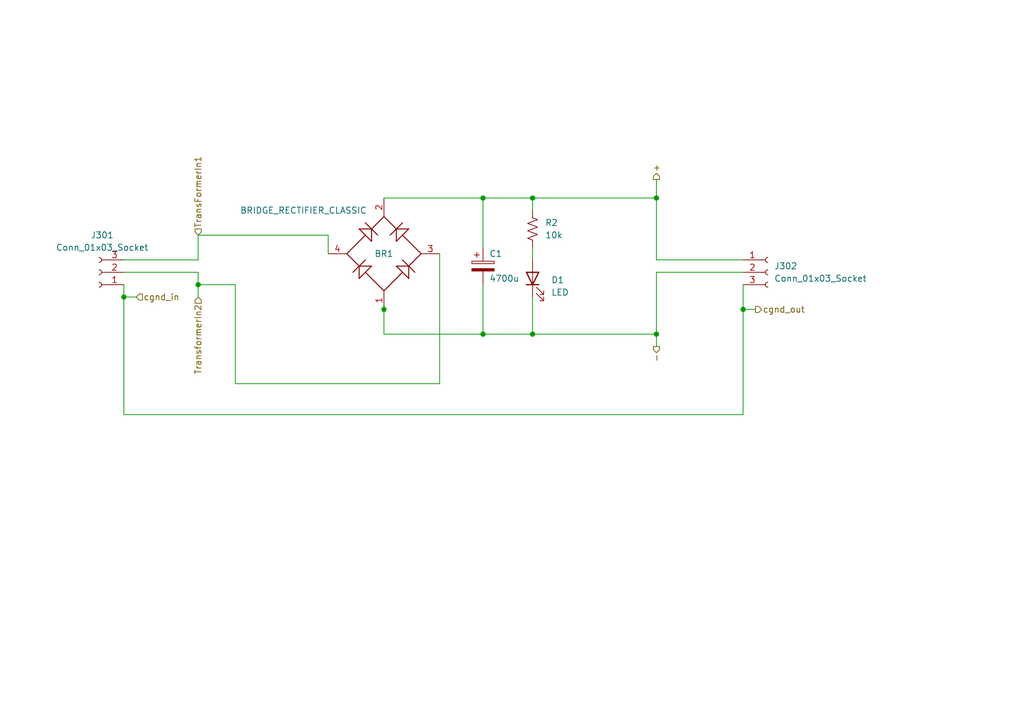
<source format=kicad_sch>
(kicad_sch (version 20230121) (generator eeschema)

  (uuid e9fc3b23-ad67-427b-81dc-e9b75c3995db)

  (paper "A5")

  (title_block
    (title "Bench power supply")
    (date "2023-10-15")
    (rev "1")
  )

  (lib_symbols
    (symbol "Connector:Conn_01x03_Socket" (pin_names (offset 1.016) hide) (in_bom yes) (on_board yes)
      (property "Reference" "J" (at 0 5.08 0)
        (effects (font (size 1.27 1.27)))
      )
      (property "Value" "Conn_01x03_Socket" (at 0 -5.08 0)
        (effects (font (size 1.27 1.27)))
      )
      (property "Footprint" "" (at 0 0 0)
        (effects (font (size 1.27 1.27)) hide)
      )
      (property "Datasheet" "~" (at 0 0 0)
        (effects (font (size 1.27 1.27)) hide)
      )
      (property "ki_locked" "" (at 0 0 0)
        (effects (font (size 1.27 1.27)))
      )
      (property "ki_keywords" "connector" (at 0 0 0)
        (effects (font (size 1.27 1.27)) hide)
      )
      (property "ki_description" "Generic connector, single row, 01x03, script generated" (at 0 0 0)
        (effects (font (size 1.27 1.27)) hide)
      )
      (property "ki_fp_filters" "Connector*:*_1x??_*" (at 0 0 0)
        (effects (font (size 1.27 1.27)) hide)
      )
      (symbol "Conn_01x03_Socket_1_1"
        (arc (start 0 -2.032) (mid -0.5058 -2.54) (end 0 -3.048)
          (stroke (width 0.1524) (type default))
          (fill (type none))
        )
        (polyline
          (pts
            (xy -1.27 -2.54)
            (xy -0.508 -2.54)
          )
          (stroke (width 0.1524) (type default))
          (fill (type none))
        )
        (polyline
          (pts
            (xy -1.27 0)
            (xy -0.508 0)
          )
          (stroke (width 0.1524) (type default))
          (fill (type none))
        )
        (polyline
          (pts
            (xy -1.27 2.54)
            (xy -0.508 2.54)
          )
          (stroke (width 0.1524) (type default))
          (fill (type none))
        )
        (arc (start 0 0.508) (mid -0.5058 0) (end 0 -0.508)
          (stroke (width 0.1524) (type default))
          (fill (type none))
        )
        (arc (start 0 3.048) (mid -0.5058 2.54) (end 0 2.032)
          (stroke (width 0.1524) (type default))
          (fill (type none))
        )
        (pin passive line (at -5.08 2.54 0) (length 3.81)
          (name "Pin_1" (effects (font (size 1.27 1.27))))
          (number "1" (effects (font (size 1.27 1.27))))
        )
        (pin passive line (at -5.08 0 0) (length 3.81)
          (name "Pin_2" (effects (font (size 1.27 1.27))))
          (number "2" (effects (font (size 1.27 1.27))))
        )
        (pin passive line (at -5.08 -2.54 0) (length 3.81)
          (name "Pin_3" (effects (font (size 1.27 1.27))))
          (number "3" (effects (font (size 1.27 1.27))))
        )
      )
    )
    (symbol "Device:C_Polarized" (pin_numbers hide) (pin_names (offset 0.254)) (in_bom yes) (on_board yes)
      (property "Reference" "C" (at 0.635 2.54 0)
        (effects (font (size 1.27 1.27)) (justify left))
      )
      (property "Value" "C_Polarized" (at 0.635 -2.54 0)
        (effects (font (size 1.27 1.27)) (justify left))
      )
      (property "Footprint" "" (at 0.9652 -3.81 0)
        (effects (font (size 1.27 1.27)) hide)
      )
      (property "Datasheet" "~" (at 0 0 0)
        (effects (font (size 1.27 1.27)) hide)
      )
      (property "ki_keywords" "cap capacitor" (at 0 0 0)
        (effects (font (size 1.27 1.27)) hide)
      )
      (property "ki_description" "Polarized capacitor" (at 0 0 0)
        (effects (font (size 1.27 1.27)) hide)
      )
      (property "ki_fp_filters" "CP_*" (at 0 0 0)
        (effects (font (size 1.27 1.27)) hide)
      )
      (symbol "C_Polarized_0_1"
        (rectangle (start -2.286 0.508) (end 2.286 1.016)
          (stroke (width 0) (type default))
          (fill (type none))
        )
        (polyline
          (pts
            (xy -1.778 2.286)
            (xy -0.762 2.286)
          )
          (stroke (width 0) (type default))
          (fill (type none))
        )
        (polyline
          (pts
            (xy -1.27 2.794)
            (xy -1.27 1.778)
          )
          (stroke (width 0) (type default))
          (fill (type none))
        )
        (rectangle (start 2.286 -0.508) (end -2.286 -1.016)
          (stroke (width 0) (type default))
          (fill (type outline))
        )
      )
      (symbol "C_Polarized_1_1"
        (pin passive line (at 0 3.81 270) (length 2.794)
          (name "~" (effects (font (size 1.27 1.27))))
          (number "1" (effects (font (size 1.27 1.27))))
        )
        (pin passive line (at 0 -3.81 90) (length 2.794)
          (name "~" (effects (font (size 1.27 1.27))))
          (number "2" (effects (font (size 1.27 1.27))))
        )
      )
    )
    (symbol "Device:LED" (pin_numbers hide) (pin_names (offset 1.016) hide) (in_bom yes) (on_board yes)
      (property "Reference" "D" (at 0 2.54 0)
        (effects (font (size 1.27 1.27)))
      )
      (property "Value" "LED" (at 0 -2.54 0)
        (effects (font (size 1.27 1.27)))
      )
      (property "Footprint" "" (at 0 0 0)
        (effects (font (size 1.27 1.27)) hide)
      )
      (property "Datasheet" "~" (at 0 0 0)
        (effects (font (size 1.27 1.27)) hide)
      )
      (property "ki_keywords" "LED diode" (at 0 0 0)
        (effects (font (size 1.27 1.27)) hide)
      )
      (property "ki_description" "Light emitting diode" (at 0 0 0)
        (effects (font (size 1.27 1.27)) hide)
      )
      (property "ki_fp_filters" "LED* LED_SMD:* LED_THT:*" (at 0 0 0)
        (effects (font (size 1.27 1.27)) hide)
      )
      (symbol "LED_0_1"
        (polyline
          (pts
            (xy -1.27 -1.27)
            (xy -1.27 1.27)
          )
          (stroke (width 0.254) (type default))
          (fill (type none))
        )
        (polyline
          (pts
            (xy -1.27 0)
            (xy 1.27 0)
          )
          (stroke (width 0) (type default))
          (fill (type none))
        )
        (polyline
          (pts
            (xy 1.27 -1.27)
            (xy 1.27 1.27)
            (xy -1.27 0)
            (xy 1.27 -1.27)
          )
          (stroke (width 0.254) (type default))
          (fill (type none))
        )
        (polyline
          (pts
            (xy -3.048 -0.762)
            (xy -4.572 -2.286)
            (xy -3.81 -2.286)
            (xy -4.572 -2.286)
            (xy -4.572 -1.524)
          )
          (stroke (width 0) (type default))
          (fill (type none))
        )
        (polyline
          (pts
            (xy -1.778 -0.762)
            (xy -3.302 -2.286)
            (xy -2.54 -2.286)
            (xy -3.302 -2.286)
            (xy -3.302 -1.524)
          )
          (stroke (width 0) (type default))
          (fill (type none))
        )
      )
      (symbol "LED_1_1"
        (pin passive line (at -3.81 0 0) (length 2.54)
          (name "K" (effects (font (size 1.27 1.27))))
          (number "1" (effects (font (size 1.27 1.27))))
        )
        (pin passive line (at 3.81 0 180) (length 2.54)
          (name "A" (effects (font (size 1.27 1.27))))
          (number "2" (effects (font (size 1.27 1.27))))
        )
      )
    )
    (symbol "Device:R_US" (pin_numbers hide) (pin_names (offset 0)) (in_bom yes) (on_board yes)
      (property "Reference" "R" (at 2.54 0 90)
        (effects (font (size 1.27 1.27)))
      )
      (property "Value" "R_US" (at -2.54 0 90)
        (effects (font (size 1.27 1.27)))
      )
      (property "Footprint" "" (at 1.016 -0.254 90)
        (effects (font (size 1.27 1.27)) hide)
      )
      (property "Datasheet" "~" (at 0 0 0)
        (effects (font (size 1.27 1.27)) hide)
      )
      (property "ki_keywords" "R res resistor" (at 0 0 0)
        (effects (font (size 1.27 1.27)) hide)
      )
      (property "ki_description" "Resistor, US symbol" (at 0 0 0)
        (effects (font (size 1.27 1.27)) hide)
      )
      (property "ki_fp_filters" "R_*" (at 0 0 0)
        (effects (font (size 1.27 1.27)) hide)
      )
      (symbol "R_US_0_1"
        (polyline
          (pts
            (xy 0 -2.286)
            (xy 0 -2.54)
          )
          (stroke (width 0) (type default))
          (fill (type none))
        )
        (polyline
          (pts
            (xy 0 2.286)
            (xy 0 2.54)
          )
          (stroke (width 0) (type default))
          (fill (type none))
        )
        (polyline
          (pts
            (xy 0 -0.762)
            (xy 1.016 -1.143)
            (xy 0 -1.524)
            (xy -1.016 -1.905)
            (xy 0 -2.286)
          )
          (stroke (width 0) (type default))
          (fill (type none))
        )
        (polyline
          (pts
            (xy 0 0.762)
            (xy 1.016 0.381)
            (xy 0 0)
            (xy -1.016 -0.381)
            (xy 0 -0.762)
          )
          (stroke (width 0) (type default))
          (fill (type none))
        )
        (polyline
          (pts
            (xy 0 2.286)
            (xy 1.016 1.905)
            (xy 0 1.524)
            (xy -1.016 1.143)
            (xy 0 0.762)
          )
          (stroke (width 0) (type default))
          (fill (type none))
        )
      )
      (symbol "R_US_1_1"
        (pin passive line (at 0 3.81 270) (length 1.27)
          (name "~" (effects (font (size 1.27 1.27))))
          (number "1" (effects (font (size 1.27 1.27))))
        )
        (pin passive line (at 0 -3.81 90) (length 1.27)
          (name "~" (effects (font (size 1.27 1.27))))
          (number "2" (effects (font (size 1.27 1.27))))
        )
      )
    )
    (symbol "V_Diode:BRIDGE_RECTIFIER_CLASSIC" (in_bom yes) (on_board yes)
      (property "Reference" "BR" (at -11.43 16.51 0)
        (effects (font (size 1.27 1.27)) (justify left))
      )
      (property "Value" "BRIDGE_RECTIFIER_CLASSIC" (at -11.43 13.97 0)
        (effects (font (size 1.27 1.27)) (justify left))
      )
      (property "Footprint" "package name for PCB layout" (at 0 0 0)
        (effects (font (size 1.27 1.27)) hide)
      )
      (property "Datasheet" "" (at 0 0 0)
        (effects (font (size 1.27 1.27)) hide)
      )
      (property "ki_locked" "" (at 0 0 0)
        (effects (font (size 1.27 1.27)))
      )
      (property "ki_fp_filters" "package" (at 0 0 0)
        (effects (font (size 1.27 1.27)) hide)
      )
      (symbol "BRIDGE_RECTIFIER_CLASSIC_0_0"
        (polyline
          (pts
            (xy -5.08 -5.08)
            (xy -5.08 -2.54)
          )
          (stroke (width 0.2032) (type solid))
          (fill (type none))
        )
        (polyline
          (pts
            (xy -5.08 -2.54)
            (xy -7.62 0)
          )
          (stroke (width 0.2032) (type solid))
          (fill (type none))
        )
        (polyline
          (pts
            (xy -5.08 -2.54)
            (xy -2.54 -2.54)
          )
          (stroke (width 0.2032) (type solid))
          (fill (type none))
        )
        (polyline
          (pts
            (xy -5.08 5.08)
            (xy -2.54 2.54)
          )
          (stroke (width 0.2032) (type solid))
          (fill (type none))
        )
        (polyline
          (pts
            (xy -3.81 -3.81)
            (xy 0 -7.62)
          )
          (stroke (width 0.2032) (type solid))
          (fill (type none))
        )
        (polyline
          (pts
            (xy -3.81 -1.27)
            (xy -6.35 -3.81)
          )
          (stroke (width 0.2032) (type solid))
          (fill (type none))
        )
        (polyline
          (pts
            (xy -3.81 3.81)
            (xy -7.62 0)
          )
          (stroke (width 0.2032) (type solid))
          (fill (type none))
        )
        (polyline
          (pts
            (xy -3.81 6.35)
            (xy -1.27 3.81)
          )
          (stroke (width 0.2032) (type solid))
          (fill (type none))
        )
        (polyline
          (pts
            (xy -2.54 -2.54)
            (xy -5.08 -5.08)
          )
          (stroke (width 0.2032) (type solid))
          (fill (type none))
        )
        (polyline
          (pts
            (xy -2.54 2.54)
            (xy -2.54 5.08)
          )
          (stroke (width 0.2032) (type solid))
          (fill (type none))
        )
        (polyline
          (pts
            (xy -2.54 5.08)
            (xy -5.08 5.08)
          )
          (stroke (width 0.2032) (type solid))
          (fill (type none))
        )
        (polyline
          (pts
            (xy -2.54 5.08)
            (xy 0 7.62)
          )
          (stroke (width 0.2032) (type solid))
          (fill (type none))
        )
        (polyline
          (pts
            (xy 2.54 -2.54)
            (xy 5.08 -5.08)
          )
          (stroke (width 0.2032) (type solid))
          (fill (type none))
        )
        (polyline
          (pts
            (xy 2.54 2.54)
            (xy 2.54 5.08)
          )
          (stroke (width 0.2032) (type solid))
          (fill (type none))
        )
        (polyline
          (pts
            (xy 2.54 5.08)
            (xy 0 7.62)
          )
          (stroke (width 0.2032) (type solid))
          (fill (type none))
        )
        (polyline
          (pts
            (xy 2.54 5.08)
            (xy 5.08 5.08)
          )
          (stroke (width 0.2032) (type solid))
          (fill (type none))
        )
        (polyline
          (pts
            (xy 3.81 -3.81)
            (xy 0 -7.62)
          )
          (stroke (width 0.2032) (type solid))
          (fill (type none))
        )
        (polyline
          (pts
            (xy 3.81 -1.27)
            (xy 6.35 -3.81)
          )
          (stroke (width 0.2032) (type solid))
          (fill (type none))
        )
        (polyline
          (pts
            (xy 3.81 3.81)
            (xy 7.62 0)
          )
          (stroke (width 0.2032) (type solid))
          (fill (type none))
        )
        (polyline
          (pts
            (xy 3.81 6.35)
            (xy 1.27 3.81)
          )
          (stroke (width 0.2032) (type solid))
          (fill (type none))
        )
        (polyline
          (pts
            (xy 5.08 -5.08)
            (xy 5.08 -2.54)
          )
          (stroke (width 0.2032) (type solid))
          (fill (type none))
        )
        (polyline
          (pts
            (xy 5.08 -2.54)
            (xy 2.54 -2.54)
          )
          (stroke (width 0.2032) (type solid))
          (fill (type none))
        )
        (polyline
          (pts
            (xy 5.08 -2.54)
            (xy 7.62 0)
          )
          (stroke (width 0.2032) (type solid))
          (fill (type none))
        )
        (polyline
          (pts
            (xy 5.08 5.08)
            (xy 2.54 2.54)
          )
          (stroke (width 0.2032) (type solid))
          (fill (type none))
        )
      )
      (symbol "BRIDGE_RECTIFIER_CLASSIC_1_0"
        (pin unspecified line (at 0 -11.43 90) (length 3.81)
          (name "~" (effects (font (size 1.27 1.27))))
          (number "1" (effects (font (size 1.27 1.27))))
        )
        (pin unspecified line (at 0 11.43 270) (length 3.81)
          (name "~" (effects (font (size 1.27 1.27))))
          (number "2" (effects (font (size 1.27 1.27))))
        )
        (pin unspecified line (at 11.43 0 180) (length 3.81)
          (name "~" (effects (font (size 1.27 1.27))))
          (number "3" (effects (font (size 1.27 1.27))))
        )
        (pin unspecified line (at -11.43 0 0) (length 3.81)
          (name "~" (effects (font (size 1.27 1.27))))
          (number "4" (effects (font (size 1.27 1.27))))
        )
      )
    )
  )

  (junction (at 99.06 68.58) (diameter 0) (color 0 0 0 0)
    (uuid 085aa73b-d955-4765-bd10-8196650510d7)
  )
  (junction (at 78.74 63.5) (diameter 0) (color 0 0 0 0)
    (uuid 2624de85-8d0c-436f-bfe6-dd6792cbec3b)
  )
  (junction (at 152.4 63.5) (diameter 0) (color 0 0 0 0)
    (uuid 38a1be49-bc36-4493-92c2-4f9ba5634291)
  )
  (junction (at 134.62 40.64) (diameter 0) (color 0 0 0 0)
    (uuid 657d800e-7882-42a4-b680-a131ec05c51f)
  )
  (junction (at 109.22 68.58) (diameter 0) (color 0 0 0 0)
    (uuid 77ccae22-71f6-4dc8-b521-f37eae5e89b4)
  )
  (junction (at 40.64 58.42) (diameter 0) (color 0 0 0 0)
    (uuid 83269769-d0a0-41a6-a2e8-e85f4705b502)
  )
  (junction (at 109.22 40.64) (diameter 0) (color 0 0 0 0)
    (uuid 8b3f7854-818d-432c-9e97-80ca937c7b4b)
  )
  (junction (at 99.06 40.64) (diameter 0) (color 0 0 0 0)
    (uuid 963be662-a07f-4e59-b81a-6fc1c9d45735)
  )
  (junction (at 25.4 60.96) (diameter 0) (color 0 0 0 0)
    (uuid a4a8ecde-50c0-424c-afae-772672d37b03)
  )
  (junction (at 134.62 68.58) (diameter 0) (color 0 0 0 0)
    (uuid abc85a22-07cb-4f28-821f-15b441aad45d)
  )

  (wire (pts (xy 25.4 58.42) (xy 25.4 60.96))
    (stroke (width 0) (type default))
    (uuid 0f14005a-d271-47af-9619-ec2093cdce0a)
  )
  (wire (pts (xy 134.62 71.12) (xy 134.62 68.58))
    (stroke (width 0) (type default))
    (uuid 18ee21a3-b866-40ec-a457-7099cfc9000c)
  )
  (wire (pts (xy 134.62 55.88) (xy 152.4 55.88))
    (stroke (width 0) (type default))
    (uuid 26584966-da68-48d5-950f-6ff27e1d8170)
  )
  (wire (pts (xy 134.62 68.58) (xy 109.22 68.58))
    (stroke (width 0) (type default))
    (uuid 28c957af-5e15-45c3-a36b-1005221f5b7c)
  )
  (wire (pts (xy 99.06 40.64) (xy 109.22 40.64))
    (stroke (width 0) (type default))
    (uuid 2975145a-f549-40b3-8df3-3954688afd06)
  )
  (wire (pts (xy 25.4 85.09) (xy 152.4 85.09))
    (stroke (width 0) (type default))
    (uuid 2c875eab-3aea-4303-a024-a12c68b5965f)
  )
  (wire (pts (xy 90.17 78.74) (xy 48.26 78.74))
    (stroke (width 0) (type default))
    (uuid 301f8ff6-08e5-468a-b003-0603bbb47e90)
  )
  (wire (pts (xy 27.94 60.96) (xy 25.4 60.96))
    (stroke (width 0) (type default))
    (uuid 37e11a4d-5eab-4ed1-a176-2986a089fa6e)
  )
  (wire (pts (xy 25.4 55.88) (xy 40.64 55.88))
    (stroke (width 0) (type default))
    (uuid 3c4a793b-db80-4ac4-a9f6-cd759b005c8f)
  )
  (wire (pts (xy 152.4 85.09) (xy 152.4 63.5))
    (stroke (width 0) (type default))
    (uuid 3c8617e4-9715-43c0-92b9-813db8e98a57)
  )
  (wire (pts (xy 67.31 48.26) (xy 67.31 52.07))
    (stroke (width 0) (type default))
    (uuid 48056662-63fa-43cf-8cf1-165f2d889328)
  )
  (wire (pts (xy 99.06 58.42) (xy 99.06 68.58))
    (stroke (width 0) (type default))
    (uuid 5298cbca-383a-4c55-a6e9-d595fc3b5bca)
  )
  (wire (pts (xy 78.74 68.58) (xy 78.74 63.5))
    (stroke (width 0) (type default))
    (uuid 5658a351-1c1e-4c32-a4c6-91dd6b77fe62)
  )
  (wire (pts (xy 78.74 62.23) (xy 78.74 63.5))
    (stroke (width 0) (type default))
    (uuid 60431b37-041a-4ab6-9d25-b1ed02c9be99)
  )
  (wire (pts (xy 109.22 60.96) (xy 109.22 68.58))
    (stroke (width 0) (type default))
    (uuid 68f4daf1-fa06-4ce0-938f-fa4ae7fe83b8)
  )
  (wire (pts (xy 152.4 63.5) (xy 152.4 58.42))
    (stroke (width 0) (type default))
    (uuid 69b57fdc-71e5-48fa-bbae-c4dce58caa0a)
  )
  (wire (pts (xy 78.74 40.64) (xy 99.06 40.64))
    (stroke (width 0) (type default))
    (uuid 6d480cd6-6017-4e77-8012-0ea282da6199)
  )
  (wire (pts (xy 109.22 40.64) (xy 109.22 43.18))
    (stroke (width 0) (type default))
    (uuid 71d173bb-242b-4769-bb4d-5a8b812fdffd)
  )
  (wire (pts (xy 78.74 68.58) (xy 99.06 68.58))
    (stroke (width 0) (type default))
    (uuid 777aa87f-3da4-4a92-b858-b9ea658b3c93)
  )
  (wire (pts (xy 134.62 40.64) (xy 134.62 53.34))
    (stroke (width 0) (type default))
    (uuid 8291c95e-2ee6-41fc-83ac-c663f86b6df7)
  )
  (wire (pts (xy 40.64 48.26) (xy 67.31 48.26))
    (stroke (width 0) (type default))
    (uuid 845a195d-a7c9-4da2-bc61-056d7eefc1c7)
  )
  (wire (pts (xy 25.4 53.34) (xy 40.64 53.34))
    (stroke (width 0) (type default))
    (uuid 864cf2ae-7c0a-428d-876b-c8d7f556dda0)
  )
  (wire (pts (xy 99.06 40.64) (xy 99.06 50.8))
    (stroke (width 0) (type default))
    (uuid 9280bbe5-b632-44c3-99e7-f7085b87ee46)
  )
  (wire (pts (xy 134.62 40.64) (xy 109.22 40.64))
    (stroke (width 0) (type default))
    (uuid 9ed2e1ca-5fbc-4282-bc5c-ab10735ae491)
  )
  (wire (pts (xy 90.17 52.07) (xy 90.17 78.74))
    (stroke (width 0) (type default))
    (uuid a238d98a-98b6-4220-84ac-bb4c50d3a186)
  )
  (wire (pts (xy 25.4 60.96) (xy 25.4 85.09))
    (stroke (width 0) (type default))
    (uuid a7521468-da40-49a3-96c1-ce5930cab425)
  )
  (wire (pts (xy 40.64 55.88) (xy 40.64 58.42))
    (stroke (width 0) (type default))
    (uuid a8ff4b9f-2fa8-43d2-8d00-b32d4df46102)
  )
  (wire (pts (xy 99.06 68.58) (xy 109.22 68.58))
    (stroke (width 0) (type default))
    (uuid b256269e-ed78-4bac-bbf3-c0c3c5157043)
  )
  (wire (pts (xy 134.62 53.34) (xy 152.4 53.34))
    (stroke (width 0) (type default))
    (uuid b3efd0c2-ade8-430d-8776-c30f16002bff)
  )
  (wire (pts (xy 40.64 60.96) (xy 40.64 58.42))
    (stroke (width 0) (type default))
    (uuid cdcbb5e6-9420-4d89-a59b-bcf2439404d6)
  )
  (wire (pts (xy 40.64 48.26) (xy 40.64 53.34))
    (stroke (width 0) (type default))
    (uuid dbf51555-2fe1-4447-9001-2dc7df12fa22)
  )
  (wire (pts (xy 134.62 55.88) (xy 134.62 68.58))
    (stroke (width 0) (type default))
    (uuid e57d5e81-9d2a-48f0-a34e-909b037940dd)
  )
  (wire (pts (xy 48.26 58.42) (xy 40.64 58.42))
    (stroke (width 0) (type default))
    (uuid e6c41911-da85-4708-b07e-5c1ff2ed5e21)
  )
  (wire (pts (xy 134.62 36.83) (xy 134.62 40.64))
    (stroke (width 0) (type default))
    (uuid eb0bf642-a352-407c-a843-1c8f9abc1f55)
  )
  (wire (pts (xy 48.26 78.74) (xy 48.26 58.42))
    (stroke (width 0) (type default))
    (uuid ec2853c3-54a6-4246-87e2-3c06c6977097)
  )
  (wire (pts (xy 152.4 63.5) (xy 154.94 63.5))
    (stroke (width 0) (type default))
    (uuid f7262deb-16f4-49fc-98b4-85a2a4e9bf6c)
  )
  (wire (pts (xy 109.22 50.8) (xy 109.22 53.34))
    (stroke (width 0) (type default))
    (uuid f8fd793f-7394-494a-a7c2-ff9a43d318bd)
  )

  (hierarchical_label "TransFormerIn1" (shape input) (at 40.64 48.26 90) (fields_autoplaced)
    (effects (font (size 1.27 1.27)) (justify left))
    (uuid 369daaa0-9b77-4118-a52d-5b42b325c4ae)
  )
  (hierarchical_label "TransformerIn2" (shape input) (at 40.64 60.96 270) (fields_autoplaced)
    (effects (font (size 1.27 1.27)) (justify right))
    (uuid aff5f555-538e-448b-aecd-5b104ea493d9)
  )
  (hierarchical_label "-" (shape output) (at 134.62 71.12 270) (fields_autoplaced)
    (effects (font (size 1.27 1.27)) (justify right))
    (uuid b12a1331-e580-4480-8bfd-cf2a45ccf7f7)
  )
  (hierarchical_label "cgnd_out" (shape output) (at 154.94 63.5 0) (fields_autoplaced)
    (effects (font (size 1.27 1.27)) (justify left))
    (uuid bab18ff6-6aa8-4f4b-9c12-34b55df7419d)
  )
  (hierarchical_label "+" (shape output) (at 134.62 36.83 90) (fields_autoplaced)
    (effects (font (size 1.27 1.27)) (justify left))
    (uuid e6e291df-0b39-41a2-a070-87132bddc627)
  )
  (hierarchical_label "cgnd_in" (shape input) (at 27.94 60.96 0) (fields_autoplaced)
    (effects (font (size 1.27 1.27)) (justify left))
    (uuid f288a440-f61e-425c-9cc9-dc0987912a1f)
  )

  (symbol (lib_id "V_Diode:BRIDGE_RECTIFIER_CLASSIC") (at 78.74 52.07 0) (unit 1)
    (in_bom yes) (on_board yes) (dnp no)
    (uuid 36cda415-e099-4f89-9f8f-3c1427e51a6e)
    (property "Reference" "BR1" (at 78.74 52.07 0)
      (effects (font (size 1.27 1.27)))
    )
    (property "Value" "BRIDGE_RECTIFIER_CLASSIC" (at 62.23 43.18 0)
      (effects (font (size 1.27 1.27)))
    )
    (property "Footprint" "BridgeRectifiers:BR-10X" (at 78.74 52.07 0)
      (effects (font (size 1.27 1.27)) hide)
    )
    (property "Datasheet" "" (at 78.74 52.07 0)
      (effects (font (size 1.27 1.27)) hide)
    )
    (pin "1" (uuid ffb14bec-94bf-4c60-a521-77b4e6c6b54c))
    (pin "2" (uuid 80eb04ca-4310-4634-9b38-f385b449f6d5))
    (pin "3" (uuid 0e0dacb4-b953-4646-99c2-f4fcd052500b))
    (pin "4" (uuid 9f330c04-514c-489d-9173-18c098c0d0a9))
    (instances
      (project "VariablePowerSupply"
        (path "/769c317f-c67c-457d-a7ba-32e6f8df4c49"
          (reference "BR1") (unit 1)
        )
      )
      (project "BenchPowerSupply"
        (path "/85225bbb-a12f-4483-ac90-767368bd8ae2"
          (reference "BR1") (unit 1)
        )
        (path "/85225bbb-a12f-4483-ac90-767368bd8ae2/eccd6a13-cab4-4dd0-a5ba-dea4375f28d6"
          (reference "BR301") (unit 1)
        )
      )
    )
  )

  (symbol (lib_id "Connector:Conn_01x03_Socket") (at 157.48 55.88 0) (unit 1)
    (in_bom yes) (on_board yes) (dnp no) (fields_autoplaced)
    (uuid 50989aff-e5e2-4228-8e64-ff8d37feb72e)
    (property "Reference" "J302" (at 158.75 54.61 0)
      (effects (font (size 1.27 1.27)) (justify left))
    )
    (property "Value" "Conn_01x03_Socket" (at 158.75 57.15 0)
      (effects (font (size 1.27 1.27)) (justify left))
    )
    (property "Footprint" "" (at 157.48 55.88 0)
      (effects (font (size 1.27 1.27)) hide)
    )
    (property "Datasheet" "~" (at 157.48 55.88 0)
      (effects (font (size 1.27 1.27)) hide)
    )
    (pin "1" (uuid d5f94cae-0f96-4b70-9132-03b4e356d2eb))
    (pin "2" (uuid 10b16014-3e8e-45bb-9b86-214acf0ec466))
    (pin "3" (uuid a09365cc-a5dc-4865-9c73-404572fd6c6b))
    (instances
      (project "BenchPowerSupply"
        (path "/85225bbb-a12f-4483-ac90-767368bd8ae2/eccd6a13-cab4-4dd0-a5ba-dea4375f28d6"
          (reference "J302") (unit 1)
        )
      )
    )
  )

  (symbol (lib_id "Device:R_US") (at 109.22 46.99 0) (unit 1)
    (in_bom yes) (on_board yes) (dnp no) (fields_autoplaced)
    (uuid 6121e37d-fc13-443a-a71c-8177c08c07f9)
    (property "Reference" "R2" (at 111.76 45.72 0)
      (effects (font (size 1.27 1.27)) (justify left))
    )
    (property "Value" "10k" (at 111.76 48.26 0)
      (effects (font (size 1.27 1.27)) (justify left))
    )
    (property "Footprint" "Resistor_THT:R_Axial_DIN0207_L6.3mm_D2.5mm_P10.16mm_Horizontal" (at 110.236 47.244 90)
      (effects (font (size 1.27 1.27)) hide)
    )
    (property "Datasheet" "~" (at 109.22 46.99 0)
      (effects (font (size 1.27 1.27)) hide)
    )
    (pin "1" (uuid 3b647cfc-fd6c-4664-b9b7-b83ffc3dee73))
    (pin "2" (uuid 49d12116-7685-4fb5-85ef-4fc90816f33e))
    (instances
      (project "VariablePowerSupply"
        (path "/769c317f-c67c-457d-a7ba-32e6f8df4c49"
          (reference "R2") (unit 1)
        )
      )
      (project "BenchPowerSupply"
        (path "/85225bbb-a12f-4483-ac90-767368bd8ae2"
          (reference "R1") (unit 1)
        )
        (path "/85225bbb-a12f-4483-ac90-767368bd8ae2/eccd6a13-cab4-4dd0-a5ba-dea4375f28d6"
          (reference "R301") (unit 1)
        )
      )
    )
  )

  (symbol (lib_id "Device:C_Polarized") (at 99.06 54.61 0) (unit 1)
    (in_bom yes) (on_board yes) (dnp no)
    (uuid 648e085e-99fe-4b33-b4e1-a31f452e4dda)
    (property "Reference" "C1" (at 100.33 52.07 0)
      (effects (font (size 1.27 1.27)) (justify left))
    )
    (property "Value" "4700u" (at 100.33 57.15 0)
      (effects (font (size 1.27 1.27)) (justify left))
    )
    (property "Footprint" "Capacitor_THT:CP_Radial_D16.0mm_P7.50mm" (at 100.0252 58.42 0)
      (effects (font (size 1.27 1.27)) hide)
    )
    (property "Datasheet" "~" (at 99.06 54.61 0)
      (effects (font (size 1.27 1.27)) hide)
    )
    (pin "1" (uuid fc1cbcf5-0afd-4fc3-bd7f-c8980125e537))
    (pin "2" (uuid db94b69f-d64f-48ba-b75c-b9484bb2024d))
    (instances
      (project "VariablePowerSupply"
        (path "/769c317f-c67c-457d-a7ba-32e6f8df4c49"
          (reference "C1") (unit 1)
        )
      )
      (project "BenchPowerSupply"
        (path "/85225bbb-a12f-4483-ac90-767368bd8ae2"
          (reference "C1") (unit 1)
        )
        (path "/85225bbb-a12f-4483-ac90-767368bd8ae2/eccd6a13-cab4-4dd0-a5ba-dea4375f28d6"
          (reference "C301") (unit 1)
        )
      )
    )
  )

  (symbol (lib_id "Connector:Conn_01x03_Socket") (at 20.32 55.88 180) (unit 1)
    (in_bom yes) (on_board yes) (dnp no) (fields_autoplaced)
    (uuid cc7448ae-9573-455d-93fe-af49ea00f90a)
    (property "Reference" "J301" (at 20.955 48.26 0)
      (effects (font (size 1.27 1.27)))
    )
    (property "Value" "Conn_01x03_Socket" (at 20.955 50.8 0)
      (effects (font (size 1.27 1.27)))
    )
    (property "Footprint" "" (at 20.32 55.88 0)
      (effects (font (size 1.27 1.27)) hide)
    )
    (property "Datasheet" "~" (at 20.32 55.88 0)
      (effects (font (size 1.27 1.27)) hide)
    )
    (pin "1" (uuid 67459e95-9dae-4417-92c2-c265d1bd5a28))
    (pin "2" (uuid 57456e7b-6409-4a7c-81df-5c8012af696c))
    (pin "3" (uuid cb52f3d1-33e3-446c-95cd-e7502c6eda67))
    (instances
      (project "BenchPowerSupply"
        (path "/85225bbb-a12f-4483-ac90-767368bd8ae2/eccd6a13-cab4-4dd0-a5ba-dea4375f28d6"
          (reference "J301") (unit 1)
        )
      )
    )
  )

  (symbol (lib_id "Device:LED") (at 109.22 57.15 90) (unit 1)
    (in_bom yes) (on_board yes) (dnp no) (fields_autoplaced)
    (uuid f509020a-23f3-42e1-ac35-f1aa495a631e)
    (property "Reference" "D1" (at 113.03 57.4675 90)
      (effects (font (size 1.27 1.27)) (justify right))
    )
    (property "Value" "LED" (at 113.03 60.0075 90)
      (effects (font (size 1.27 1.27)) (justify right))
    )
    (property "Footprint" "Connector_PinHeader_2.54mm:PinHeader_1x02_P2.54mm_Vertical" (at 109.22 57.15 0)
      (effects (font (size 1.27 1.27)) hide)
    )
    (property "Datasheet" "~" (at 109.22 57.15 0)
      (effects (font (size 1.27 1.27)) hide)
    )
    (pin "1" (uuid 2f51e5da-e229-4a9e-a136-1062a0cd9180))
    (pin "2" (uuid bffb643b-5bfc-4192-8144-76aa61a10586))
    (instances
      (project "VariablePowerSupply"
        (path "/769c317f-c67c-457d-a7ba-32e6f8df4c49"
          (reference "D1") (unit 1)
        )
      )
      (project "BenchPowerSupply"
        (path "/85225bbb-a12f-4483-ac90-767368bd8ae2"
          (reference "D1") (unit 1)
        )
        (path "/85225bbb-a12f-4483-ac90-767368bd8ae2/eccd6a13-cab4-4dd0-a5ba-dea4375f28d6"
          (reference "D301") (unit 1)
        )
      )
    )
  )
)

</source>
